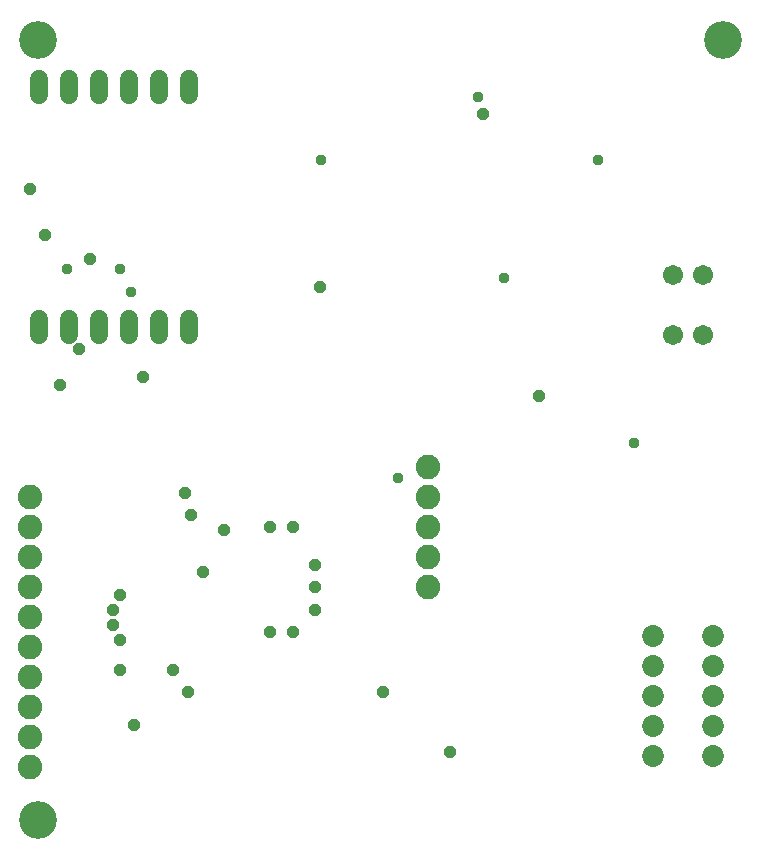
<source format=gbr>
G04 EAGLE Gerber RS-274X export*
G75*
%MOMM*%
%FSLAX34Y34*%
%LPD*%
%INSoldermask Bottom*%
%IPPOS*%
%AMOC8*
5,1,8,0,0,1.08239X$1,22.5*%
G01*
%ADD10C,3.203194*%
%ADD11C,2.082800*%
%ADD12C,1.853200*%
%ADD13C,1.711200*%
%ADD14C,1.524000*%
%ADD15P,1.038661X8X22.500000*%
%ADD16C,0.959600*%


D10*
X25400Y311150D03*
X605790Y971550D03*
X25400Y971550D03*
D11*
X355600Y508000D03*
X355600Y533400D03*
X355600Y558800D03*
X355600Y584200D03*
X355600Y609600D03*
X19050Y584200D03*
X19050Y558800D03*
X19050Y533400D03*
X19050Y508000D03*
X19050Y482600D03*
X19050Y457200D03*
X19050Y431800D03*
X19050Y406400D03*
X19050Y381000D03*
X19050Y355600D03*
D12*
X596736Y364938D03*
X545936Y364938D03*
X596736Y390338D03*
X545936Y390338D03*
X596736Y415738D03*
X545936Y415738D03*
X596736Y441138D03*
X545936Y441138D03*
X596736Y466538D03*
X545936Y466538D03*
D13*
X562776Y721514D03*
X562776Y772314D03*
X588176Y721514D03*
X588176Y772314D03*
D14*
X26500Y735004D02*
X26500Y721796D01*
X51900Y721796D02*
X51900Y735004D01*
X77300Y735004D02*
X77300Y721796D01*
X102700Y721796D02*
X102700Y735004D01*
X128100Y735004D02*
X128100Y721796D01*
X153500Y721796D02*
X153500Y735004D01*
X26500Y924996D02*
X26500Y938204D01*
X51900Y938204D02*
X51900Y924996D01*
X77300Y924996D02*
X77300Y938204D01*
X102700Y938204D02*
X102700Y924996D01*
X128100Y924996D02*
X128100Y938204D01*
X153500Y938204D02*
X153500Y924996D01*
D15*
X222250Y469900D03*
X241300Y469900D03*
X260350Y488950D03*
X260350Y508000D03*
X260350Y527050D03*
X241300Y558800D03*
X222250Y558800D03*
X317500Y419100D03*
X374650Y368300D03*
X95250Y438150D03*
X264150Y762000D03*
D16*
X500000Y870000D03*
D15*
X69150Y786000D03*
D16*
X265000Y870000D03*
D15*
X18700Y845200D03*
D16*
X398000Y923000D03*
D15*
X114300Y685800D03*
X401950Y909000D03*
X165100Y520700D03*
X60100Y710000D03*
X95250Y463550D03*
X450000Y670000D03*
X95250Y501650D03*
X106680Y391160D03*
D16*
X104000Y758000D03*
D15*
X88900Y488950D03*
X152400Y419100D03*
X88900Y476250D03*
X139700Y438150D03*
D16*
X420000Y770000D03*
D15*
X44450Y679450D03*
X31750Y806450D03*
X182880Y556260D03*
X154940Y568960D03*
X149860Y588010D03*
D16*
X330000Y600000D03*
X530000Y630000D03*
X50000Y777000D03*
X95000Y777000D03*
M02*

</source>
